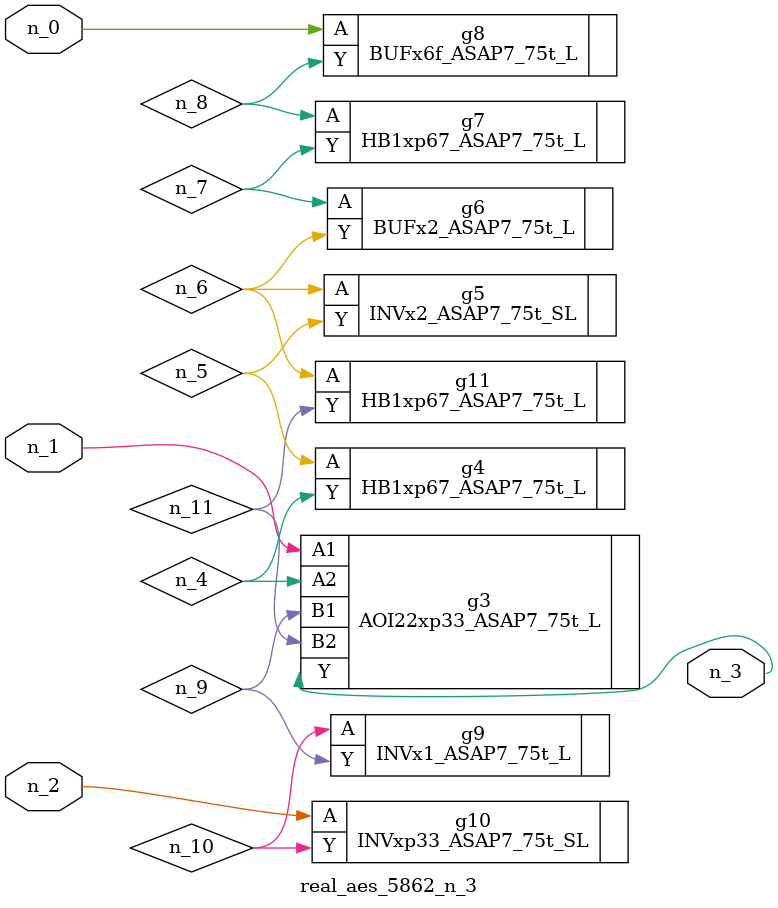
<source format=v>
module real_aes_5862_n_3 (n_0, n_2, n_1, n_3);
input n_0;
input n_2;
input n_1;
output n_3;
wire n_4;
wire n_5;
wire n_7;
wire n_9;
wire n_6;
wire n_8;
wire n_10;
wire n_11;
BUFx6f_ASAP7_75t_L g8 ( .A(n_0), .Y(n_8) );
AOI22xp33_ASAP7_75t_L g3 ( .A1(n_1), .A2(n_4), .B1(n_9), .B2(n_11), .Y(n_3) );
INVxp33_ASAP7_75t_SL g10 ( .A(n_2), .Y(n_10) );
HB1xp67_ASAP7_75t_L g4 ( .A(n_5), .Y(n_4) );
INVx2_ASAP7_75t_SL g5 ( .A(n_6), .Y(n_5) );
HB1xp67_ASAP7_75t_L g11 ( .A(n_6), .Y(n_11) );
BUFx2_ASAP7_75t_L g6 ( .A(n_7), .Y(n_6) );
HB1xp67_ASAP7_75t_L g7 ( .A(n_8), .Y(n_7) );
INVx1_ASAP7_75t_L g9 ( .A(n_10), .Y(n_9) );
endmodule
</source>
